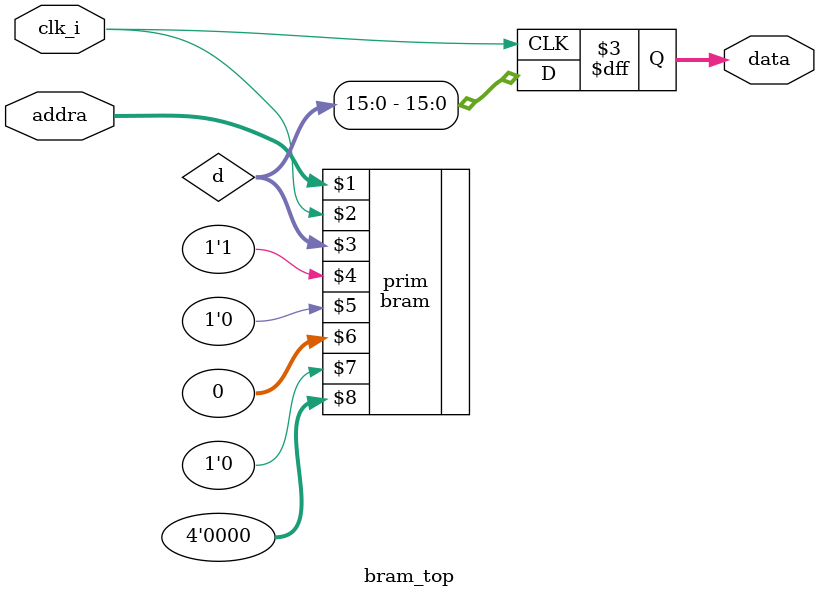
<source format=sv>
`timescale 1ns / 1ps


module bram_top(
	input wire clk_i,
	input reg[9:0] addra,
	//output reg led,
	output reg [15:0] data
    );
	
//   ROM32X1   : In order to incorporate this function into the design,
//   Verilog   : the following instance declaration needs to be placed
//  instance   : in the body of the design code.  The instance name
// declaration : (ROM32X1_inst) and/or the port declarations within the
//    code     : parenthesis may be changed to properly reference and
//             : connect this function to the design.  All inputs
//             : and outputs must be connected.

//  <-----Cut code below this line---->

   // ROM32X1: 32 x 1 Asynchronous Distributed (LUT) ROM (Mapped to a SliceM LUT6)
   //          Artix-7
   // Xilinx HDL Language Template, version 2018.2
   reg O;
   reg A0;
   reg A1;
   reg A2;
   reg A3;
   reg A4;
   reg [31:0] d;
   reg [1:0] value;
   /*ROM32X1 #(
      .INIT(32'h00000001) // Contents of ROM
   ) ROM32X1_inst (
      .O(O),   // ROM output
      .A0(1), // ROM address[0]
      .A1(1), // ROM address[1]
      .A2(1), // ROM address[2]
      .A3(1), // ROM address[3]
      .A4(1)  // ROM address[4]
   );*/
   //blk_mem_gen ins(addra,clk_i,32'h00000000,data,1'b0);
  //blk_mem_gen ins1(addr,clk_i,data);
   //dist_mem_gen_0 ins2(d,data);
   	bram prim(addra,clk_i,d,1'b1,1'b0,32'h00000000,1'b0,4'b0000 );
   	reg l;
   	initial
   	begin
   		l<=1'b1;
   		//addra<=10'b1111111111;
   	end
   always @(posedge clk_i)

					begin
						
							data<=d[15:0];
							//addra<=10'b0000000000;
							//d<=4'b0000;
							//addr[1]<=1'b1;
							//addr[2]<=1'b1;
							//addr[3]<=1'b1;
							//addr[4]<=1'b0;
							//addr <=2'b11;
							l<=value[0];
						
					end
   // End of ROM32X1_inst instantiation
					
					
endmodule

</source>
